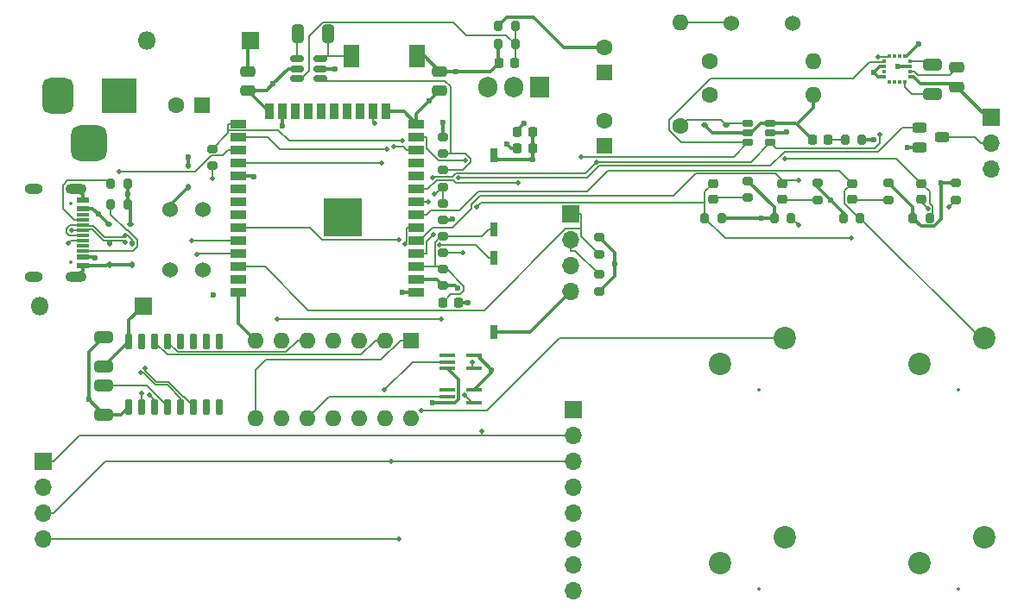
<source format=gtl>
%TF.GenerationSoftware,KiCad,Pcbnew,8.0.8*%
%TF.CreationDate,2025-02-13T18:12:53+13:00*%
%TF.ProjectId,Intelliwatch-Mk-II,496e7465-6c6c-4697-9761-7463682d4d6b,1.?*%
%TF.SameCoordinates,Original*%
%TF.FileFunction,Copper,L1,Top*%
%TF.FilePolarity,Positive*%
%FSLAX46Y46*%
G04 Gerber Fmt 4.6, Leading zero omitted, Abs format (unit mm)*
G04 Created by KiCad (PCBNEW 8.0.8) date 2025-02-13 18:12:53*
%MOMM*%
%LPD*%
G01*
G04 APERTURE LIST*
G04 Aperture macros list*
%AMRoundRect*
0 Rectangle with rounded corners*
0 $1 Rounding radius*
0 $2 $3 $4 $5 $6 $7 $8 $9 X,Y pos of 4 corners*
0 Add a 4 corners polygon primitive as box body*
4,1,4,$2,$3,$4,$5,$6,$7,$8,$9,$2,$3,0*
0 Add four circle primitives for the rounded corners*
1,1,$1+$1,$2,$3*
1,1,$1+$1,$4,$5*
1,1,$1+$1,$6,$7*
1,1,$1+$1,$8,$9*
0 Add four rect primitives between the rounded corners*
20,1,$1+$1,$2,$3,$4,$5,0*
20,1,$1+$1,$4,$5,$6,$7,0*
20,1,$1+$1,$6,$7,$8,$9,0*
20,1,$1+$1,$8,$9,$2,$3,0*%
G04 Aperture macros list end*
%TA.AperFunction,ComponentPad*%
%ADD10R,1.700000X1.700000*%
%TD*%
%TA.AperFunction,ComponentPad*%
%ADD11O,1.700000X1.700000*%
%TD*%
%TA.AperFunction,SMDPad,CuDef*%
%ADD12RoundRect,0.200000X-0.200000X-0.275000X0.200000X-0.275000X0.200000X0.275000X-0.200000X0.275000X0*%
%TD*%
%TA.AperFunction,ComponentPad*%
%ADD13C,2.200000*%
%TD*%
%TA.AperFunction,SMDPad,CuDef*%
%ADD14R,0.660400X1.422400*%
%TD*%
%TA.AperFunction,SMDPad,CuDef*%
%ADD15RoundRect,0.250000X-0.475000X0.250000X-0.475000X-0.250000X0.475000X-0.250000X0.475000X0.250000X0*%
%TD*%
%TA.AperFunction,ComponentPad*%
%ADD16R,1.600000X1.600000*%
%TD*%
%TA.AperFunction,ComponentPad*%
%ADD17C,1.600000*%
%TD*%
%TA.AperFunction,SMDPad,CuDef*%
%ADD18RoundRect,0.200000X0.200000X0.275000X-0.200000X0.275000X-0.200000X-0.275000X0.200000X-0.275000X0*%
%TD*%
%TA.AperFunction,SMDPad,CuDef*%
%ADD19RoundRect,0.218750X-0.256250X0.218750X-0.256250X-0.218750X0.256250X-0.218750X0.256250X0.218750X0*%
%TD*%
%TA.AperFunction,SMDPad,CuDef*%
%ADD20RoundRect,0.225000X-0.225000X-0.250000X0.225000X-0.250000X0.225000X0.250000X-0.225000X0.250000X0*%
%TD*%
%TA.AperFunction,SMDPad,CuDef*%
%ADD21RoundRect,0.112500X0.112500X-0.187500X0.112500X0.187500X-0.112500X0.187500X-0.112500X-0.187500X0*%
%TD*%
%TA.AperFunction,SMDPad,CuDef*%
%ADD22RoundRect,0.200000X0.275000X-0.200000X0.275000X0.200000X-0.275000X0.200000X-0.275000X-0.200000X0*%
%TD*%
%TA.AperFunction,SMDPad,CuDef*%
%ADD23RoundRect,0.200000X-0.275000X0.200000X-0.275000X-0.200000X0.275000X-0.200000X0.275000X0.200000X0*%
%TD*%
%TA.AperFunction,SMDPad,CuDef*%
%ADD24RoundRect,0.250000X-0.325000X-0.650000X0.325000X-0.650000X0.325000X0.650000X-0.325000X0.650000X0*%
%TD*%
%TA.AperFunction,ComponentPad*%
%ADD25R,1.905000X2.000000*%
%TD*%
%TA.AperFunction,ComponentPad*%
%ADD26O,1.905000X2.000000*%
%TD*%
%TA.AperFunction,SMDPad,CuDef*%
%ADD27RoundRect,0.150000X-0.512500X-0.150000X0.512500X-0.150000X0.512500X0.150000X-0.512500X0.150000X0*%
%TD*%
%TA.AperFunction,ComponentPad*%
%ADD28R,1.800000X1.800000*%
%TD*%
%TA.AperFunction,ComponentPad*%
%ADD29O,1.800000X1.800000*%
%TD*%
%TA.AperFunction,SMDPad,CuDef*%
%ADD30RoundRect,0.112500X0.187500X0.112500X-0.187500X0.112500X-0.187500X-0.112500X0.187500X-0.112500X0*%
%TD*%
%TA.AperFunction,SMDPad,CuDef*%
%ADD31RoundRect,0.112500X-0.187500X-0.112500X0.187500X-0.112500X0.187500X0.112500X-0.187500X0.112500X0*%
%TD*%
%TA.AperFunction,SMDPad,CuDef*%
%ADD32RoundRect,0.162500X-0.367500X-0.162500X0.367500X-0.162500X0.367500X0.162500X-0.367500X0.162500X0*%
%TD*%
%TA.AperFunction,ComponentPad*%
%ADD33O,1.600000X1.600000*%
%TD*%
%TA.AperFunction,SMDPad,CuDef*%
%ADD34R,1.500000X2.200000*%
%TD*%
%TA.AperFunction,SMDPad,CuDef*%
%ADD35RoundRect,0.100000X-0.650000X-0.100000X0.650000X-0.100000X0.650000X0.100000X-0.650000X0.100000X0*%
%TD*%
%TA.AperFunction,SMDPad,CuDef*%
%ADD36RoundRect,0.112500X-0.112500X0.187500X-0.112500X-0.187500X0.112500X-0.187500X0.112500X0.187500X0*%
%TD*%
%TA.AperFunction,ComponentPad*%
%ADD37C,1.524000*%
%TD*%
%TA.AperFunction,SMDPad,CuDef*%
%ADD38RoundRect,0.250000X-0.450000X-0.250000X0.450000X-0.250000X0.450000X0.250000X-0.450000X0.250000X0*%
%TD*%
%TA.AperFunction,SMDPad,CuDef*%
%ADD39R,1.240000X0.600000*%
%TD*%
%TA.AperFunction,SMDPad,CuDef*%
%ADD40R,1.240000X0.300000*%
%TD*%
%TA.AperFunction,HeatsinkPad*%
%ADD41O,2.100000X1.000000*%
%TD*%
%TA.AperFunction,HeatsinkPad*%
%ADD42O,1.800000X1.000000*%
%TD*%
%TA.AperFunction,SMDPad,CuDef*%
%ADD43RoundRect,0.250000X0.650000X-0.325000X0.650000X0.325000X-0.650000X0.325000X-0.650000X-0.325000X0*%
%TD*%
%TA.AperFunction,SMDPad,CuDef*%
%ADD44RoundRect,0.218750X-0.218750X-0.256250X0.218750X-0.256250X0.218750X0.256250X-0.218750X0.256250X0*%
%TD*%
%TA.AperFunction,ComponentPad*%
%ADD45R,3.500000X3.500000*%
%TD*%
%TA.AperFunction,ComponentPad*%
%ADD46RoundRect,0.750000X-0.750000X-1.000000X0.750000X-1.000000X0.750000X1.000000X-0.750000X1.000000X0*%
%TD*%
%TA.AperFunction,ComponentPad*%
%ADD47RoundRect,0.875000X-0.875000X-0.875000X0.875000X-0.875000X0.875000X0.875000X-0.875000X0.875000X0*%
%TD*%
%TA.AperFunction,SMDPad,CuDef*%
%ADD48R,0.450000X0.300000*%
%TD*%
%TA.AperFunction,SMDPad,CuDef*%
%ADD49R,0.300000X0.450000*%
%TD*%
%TA.AperFunction,SMDPad,CuDef*%
%ADD50RoundRect,0.150000X0.150000X-0.650000X0.150000X0.650000X-0.150000X0.650000X-0.150000X-0.650000X0*%
%TD*%
%TA.AperFunction,SMDPad,CuDef*%
%ADD51R,1.500000X0.900000*%
%TD*%
%TA.AperFunction,SMDPad,CuDef*%
%ADD52R,0.900000X1.500000*%
%TD*%
%TA.AperFunction,SMDPad,CuDef*%
%ADD53R,0.900000X0.900000*%
%TD*%
%TA.AperFunction,ComponentPad*%
%ADD54C,0.800000*%
%TD*%
%TA.AperFunction,HeatsinkPad*%
%ADD55R,3.800000X3.800000*%
%TD*%
%TA.AperFunction,SMDPad,CuDef*%
%ADD56RoundRect,0.250000X-0.650000X0.325000X-0.650000X-0.325000X0.650000X-0.325000X0.650000X0.325000X0*%
%TD*%
%TA.AperFunction,ViaPad*%
%ADD57C,0.600000*%
%TD*%
%TA.AperFunction,ViaPad*%
%ADD58C,0.500000*%
%TD*%
%TA.AperFunction,Conductor*%
%ADD59C,0.300000*%
%TD*%
%TA.AperFunction,Conductor*%
%ADD60C,0.150000*%
%TD*%
%TA.AperFunction,Conductor*%
%ADD61C,0.137100*%
%TD*%
%ADD62C,0.300000*%
%ADD63C,0.350000*%
%ADD64O,1.700000X0.600000*%
%ADD65O,1.400000X0.600000*%
%ADD66O,1.000000X3.000000*%
%ADD67O,3.000000X1.000000*%
G04 APERTURE END LIST*
D10*
%TO.P,J6,1,SCL*%
%TO.N,I2C_SCL*%
X125250000Y-63550000D03*
D11*
%TO.P,J6,2,SDA*%
%TO.N,I2C_SDA*%
X125250000Y-66090000D03*
%TO.P,J6,3,VCC*%
%TO.N,+5V*%
X125250000Y-68630000D03*
%TO.P,J6,4,GND*%
%TO.N,GND*%
X125250000Y-71170000D03*
%TD*%
D12*
%TO.P,R4,1*%
%TO.N,Net-(J3-CC1)*%
X80175000Y-60600000D03*
%TO.P,R4,2*%
%TO.N,GND*%
X81825000Y-60600000D03*
%TD*%
D13*
%TO.P,SW6,1,A*%
%TO.N,KEYSW_3*%
X146290000Y-95270000D03*
%TO.P,SW6,2,B*%
%TO.N,GND*%
X139940000Y-97810000D03*
%TD*%
D14*
%TO.P,SW8,1,1*%
%TO.N,IO0*%
X117750000Y-67850000D03*
%TO.P,SW8,2,2*%
%TO.N,GND*%
X117750000Y-75139800D03*
%TD*%
D15*
%TO.P,C3,1*%
%TO.N,+BATT*%
X93600000Y-49550000D03*
%TO.P,C3,2*%
%TO.N,GND*%
X93600000Y-51450000D03*
%TD*%
%TO.P,C9,1*%
%TO.N,Net-(U8-C1)*%
X163150000Y-49200000D03*
%TO.P,C9,2*%
%TO.N,GND*%
X163150000Y-51100000D03*
%TD*%
D16*
%TO.P,C11,1*%
%TO.N,+3V3*%
X128600000Y-49700000D03*
D17*
%TO.P,C11,2*%
%TO.N,GND*%
X128600000Y-47200000D03*
%TD*%
D12*
%TO.P,R5,1*%
%TO.N,Net-(J3-CC2)*%
X80175000Y-62600000D03*
%TO.P,R5,2*%
%TO.N,GND*%
X81825000Y-62600000D03*
%TD*%
D18*
%TO.P,R9,1*%
%TO.N,Net-(U7-FB)*%
X119825000Y-45100000D03*
%TO.P,R9,2*%
%TO.N,GND*%
X118175000Y-45100000D03*
%TD*%
D19*
%TO.P,D11,1,K*%
%TO.N,KEYSW_4*%
X139250000Y-60562500D03*
%TO.P,D11,2,A*%
%TO.N,Net-(D11-A)*%
X139250000Y-62137500D03*
%TD*%
D20*
%TO.P,C7,1*%
%TO.N,+5V*%
X120025000Y-57100000D03*
%TO.P,C7,2*%
%TO.N,GND*%
X121575000Y-57100000D03*
%TD*%
D21*
%TO.P,D1,1,K*%
%TO.N,Net-(D1-K)*%
X87800000Y-60900000D03*
%TO.P,D1,2,A*%
%TO.N,GND*%
X87800000Y-58800000D03*
%TD*%
D22*
%TO.P,R13,1*%
%TO.N,Net-(D8-A)*%
X163050000Y-62175000D03*
%TO.P,R13,2*%
%TO.N,+3V3*%
X163050000Y-60525000D03*
%TD*%
D23*
%TO.P,R12,1*%
%TO.N,1{slash}3 BATT_VREF*%
X112750000Y-62500000D03*
%TO.P,R12,2*%
%TO.N,GND*%
X112750000Y-64150000D03*
%TD*%
D24*
%TO.P,C8,1*%
%TO.N,Net-(U7-BS)*%
X98525000Y-45900000D03*
%TO.P,C8,2*%
%TO.N,Net-(U7-LX)*%
X101475000Y-45900000D03*
%TD*%
D23*
%TO.P,R23,1*%
%TO.N,+3V3*%
X128050000Y-65850000D03*
%TO.P,R23,2*%
%TO.N,I2C_SCL*%
X128050000Y-67500000D03*
%TD*%
D25*
%TO.P,U3,1,IN*%
%TO.N,+BATT*%
X122200000Y-51100000D03*
D26*
%TO.P,U3,2*%
%TO.N,GND*%
X119660000Y-51100000D03*
%TO.P,U3,3,OUT*%
%TO.N,+5V*%
X117120000Y-51100000D03*
%TD*%
D27*
%TO.P,U7,1,BS*%
%TO.N,Net-(U7-BS)*%
X98462500Y-48350000D03*
%TO.P,U7,2,GND*%
%TO.N,GND*%
X98462500Y-49300000D03*
%TO.P,U7,3,FB*%
%TO.N,Net-(U7-FB)*%
X98462500Y-50250000D03*
%TO.P,U7,4,EN*%
%TO.N,2{slash}3 BATT_VREF*%
X100737500Y-50250000D03*
%TO.P,U7,5,IN*%
%TO.N,+BATT*%
X100737500Y-49300000D03*
%TO.P,U7,6,LX*%
%TO.N,Net-(U7-LX)*%
X100737500Y-48350000D03*
%TD*%
D13*
%TO.P,SW5,1,A*%
%TO.N,KEYSW_2*%
X165830000Y-75770000D03*
%TO.P,SW5,2,B*%
%TO.N,GND*%
X159480000Y-78310000D03*
%TD*%
D28*
%TO.P,D4,1,K*%
%TO.N,+BATT*%
X93880000Y-46500000D03*
D29*
%TO.P,D4,2,A*%
%TO.N,Net-(D4-A)*%
X83720000Y-46500000D03*
%TD*%
D19*
%TO.P,D8,1,K*%
%TO.N,KEYSW_1*%
X159650000Y-60562500D03*
%TO.P,D8,2,A*%
%TO.N,Net-(D8-A)*%
X159650000Y-62137500D03*
%TD*%
D10*
%TO.P,J4,1,GND*%
%TO.N,GND*%
X166525000Y-54100000D03*
D11*
%TO.P,J4,2,MODE*%
%TO.N,Net-(J4-MODE)*%
X166525000Y-56640000D03*
%TO.P,J4,3,VCC*%
%TO.N,+5V*%
X166525000Y-59180000D03*
%TD*%
D22*
%TO.P,R16,1*%
%TO.N,Net-(D11-A)*%
X142650000Y-61975000D03*
%TO.P,R16,2*%
%TO.N,+3V3*%
X142650000Y-60325000D03*
%TD*%
%TO.P,R22,1*%
%TO.N,+3V3*%
X128050000Y-71175000D03*
%TO.P,R22,2*%
%TO.N,I2C_SDA*%
X128050000Y-69525000D03*
%TD*%
D13*
%TO.P,SW7,1,A*%
%TO.N,KEYSW_4*%
X165830000Y-95270000D03*
%TO.P,SW7,2,B*%
%TO.N,GND*%
X159480000Y-97810000D03*
%TD*%
D16*
%TO.P,C6,1*%
%TO.N,+5V*%
X128600000Y-56882400D03*
D17*
%TO.P,C6,2*%
%TO.N,GND*%
X128600000Y-54382400D03*
%TD*%
D30*
%TO.P,D3,1,K*%
%TO.N,Net-(D3-K)*%
X140500000Y-54850000D03*
%TO.P,D3,2,A*%
%TO.N,GND*%
X138400000Y-54850000D03*
%TD*%
D28*
%TO.P,D7,1,K*%
%TO.N,+5V*%
X83330000Y-72600000D03*
D29*
%TO.P,D7,2,A*%
%TO.N,Net-(D5-K)*%
X73170000Y-72600000D03*
%TD*%
D22*
%TO.P,R15,1*%
%TO.N,Net-(D10-A)*%
X149450000Y-62175000D03*
%TO.P,R15,2*%
%TO.N,+3V3*%
X149450000Y-60525000D03*
%TD*%
D31*
%TO.P,D5,1,K*%
%TO.N,Net-(D5-K)*%
X79974900Y-64600000D03*
%TO.P,D5,2,A*%
%TO.N,GND*%
X82074900Y-64600000D03*
%TD*%
D32*
%TO.P,U2,1,Vin+*%
%TO.N,Net-(D3-K)*%
X142650000Y-54650000D03*
%TO.P,U2,2,V_{SS}*%
%TO.N,GND*%
X142650000Y-55600000D03*
%TO.P,U2,3,SCL*%
%TO.N,I2C_SCL*%
X142650000Y-56550000D03*
%TO.P,U2,4,SDA*%
%TO.N,I2C_SDA*%
X144850000Y-56550000D03*
%TO.P,U2,5,V_{DD}*%
%TO.N,+3V3*%
X144850000Y-55600000D03*
%TO.P,U2,6,Vin-*%
%TO.N,GND*%
X144850000Y-54650000D03*
%TD*%
D14*
%TO.P,SW2,1,1*%
%TO.N,GND*%
X117750000Y-57810200D03*
%TO.P,SW2,2,2*%
%TO.N,EN*%
X117750000Y-65100000D03*
%TD*%
D16*
%TO.P,U1,1*%
%TO.N,Net-(U1-Pad1)*%
X109580000Y-75980000D03*
D33*
%TO.P,U1,2*%
%TO.N,RTS*%
X107040000Y-75980000D03*
%TO.P,U1,3*%
%TO.N,GND*%
X104500000Y-75980000D03*
%TO.P,U1,4*%
%TO.N,Net-(U1-Pad12)*%
X101960000Y-75980000D03*
%TO.P,U1,5*%
%TO.N,DTR*%
X99420000Y-75980000D03*
%TO.P,U1,6*%
%TO.N,GND*%
X96880000Y-75980000D03*
%TO.P,U1,7,GND*%
X94340000Y-75980000D03*
%TO.P,U1,8*%
%TO.N,Net-(U1-Pad1)*%
X94340000Y-83600000D03*
%TO.P,U1,9*%
%TO.N,DTR*%
X96880000Y-83600000D03*
%TO.P,U1,10*%
%TO.N,Net-(U1-Pad10)*%
X99420000Y-83600000D03*
%TO.P,U1,11*%
%TO.N,RTS*%
X101960000Y-83600000D03*
%TO.P,U1,12*%
%TO.N,Net-(U1-Pad12)*%
X104500000Y-83600000D03*
%TO.P,U1,13*%
%TO.N,Net-(U1-Pad13)*%
X107040000Y-83600000D03*
%TO.P,U1,14,VCC*%
%TO.N,+3V3*%
X109580000Y-83600000D03*
%TD*%
D34*
%TO.P,L1,1,1*%
%TO.N,Net-(U7-LX)*%
X103800000Y-48100000D03*
%TO.P,L1,2,2*%
%TO.N,+3V3*%
X110200000Y-48100000D03*
%TD*%
D23*
%TO.P,R11,1*%
%TO.N,2{slash}3 BATT_VREF*%
X112750000Y-59250000D03*
%TO.P,R11,2*%
%TO.N,1{slash}3 BATT_VREF*%
X112750000Y-60900000D03*
%TD*%
D12*
%TO.P,R8,1*%
%TO.N,+3V3*%
X118175000Y-46900000D03*
%TO.P,R8,2*%
%TO.N,Net-(U7-FB)*%
X119825000Y-46900000D03*
%TD*%
D35*
%TO.P,U4,1,NC*%
%TO.N,unconnected-(U4-NC-Pad1)*%
X113170000Y-77450000D03*
%TO.P,U4,2*%
%TO.N,Net-(U1-Pad13)*%
X113170000Y-78100000D03*
%TO.P,U4,3,GND*%
%TO.N,GND*%
X113170000Y-78750000D03*
%TO.P,U4,4*%
%TO.N,Net-(R6-Pad2)*%
X115830000Y-78750000D03*
%TO.P,U4,5,VCC*%
%TO.N,+3V3*%
X115830000Y-77450000D03*
%TD*%
D36*
%TO.P,D6,1,K*%
%TO.N,/D-*%
X82274900Y-66430000D03*
%TO.P,D6,2,A*%
%TO.N,GND*%
X82274900Y-68530000D03*
%TD*%
D37*
%TO.P,SW3,1,A*%
%TO.N,+3V3*%
X89200000Y-63100000D03*
%TO.P,SW3,2,B*%
%TO.N,Net-(J5-LED)*%
X89200000Y-69100000D03*
%TD*%
D38*
%TO.P,Q1,1,G*%
%TO.N,FL_MODE*%
X159500000Y-55100000D03*
%TO.P,Q1,2,S*%
%TO.N,GND*%
X159500000Y-57000000D03*
%TO.P,Q1,3,D*%
%TO.N,Net-(J4-MODE)*%
X161700000Y-56050000D03*
%TD*%
D20*
%TO.P,C10,1*%
%TO.N,+3V3*%
X118225000Y-48700000D03*
%TO.P,C10,2*%
%TO.N,Net-(U7-FB)*%
X119775000Y-48700000D03*
%TD*%
D39*
%TO.P,J3,A1,GND*%
%TO.N,GND*%
X77400000Y-62220000D03*
%TO.P,J3,A4,VBUS*%
%TO.N,Net-(D5-K)*%
X77400000Y-63020000D03*
D40*
%TO.P,J3,A5,CC1*%
%TO.N,Net-(J3-CC1)*%
X77400000Y-64170000D03*
%TO.P,J3,A6,D+*%
%TO.N,/D+*%
X77400000Y-65170000D03*
%TO.P,J3,A7,D-*%
%TO.N,/D-*%
X77400000Y-65670000D03*
%TO.P,J3,A8,SBU1*%
%TO.N,unconnected-(J3-SBU1-PadA8)*%
X77400000Y-66670000D03*
D39*
%TO.P,J3,A9,VBUS*%
%TO.N,Net-(D5-K)*%
X77400000Y-67820000D03*
%TO.P,J3,A12,GND*%
%TO.N,GND*%
X77400000Y-68620000D03*
%TO.P,J3,B1,GND*%
X77400000Y-68620000D03*
%TO.P,J3,B4,VBUS*%
%TO.N,Net-(D5-K)*%
X77400000Y-67820000D03*
D40*
%TO.P,J3,B5,CC2*%
%TO.N,Net-(J3-CC2)*%
X77400000Y-67170000D03*
%TO.P,J3,B6,D+*%
%TO.N,/D+*%
X77400000Y-66170000D03*
%TO.P,J3,B7,D-*%
%TO.N,/D-*%
X77400000Y-64670000D03*
%TO.P,J3,B8,SBU2*%
%TO.N,unconnected-(J3-SBU2-PadB8)*%
X77400000Y-63670000D03*
D39*
%TO.P,J3,B9,VBUS*%
%TO.N,Net-(D5-K)*%
X77400000Y-63020000D03*
%TO.P,J3,B12,GND*%
%TO.N,GND*%
X77400000Y-62220000D03*
D41*
%TO.P,J3,S1,SHIELD*%
X76800000Y-61100000D03*
D42*
X72600000Y-61100000D03*
D41*
X76800000Y-69740000D03*
D42*
X72600000Y-69740000D03*
%TD*%
D19*
%TO.P,D10,1,K*%
%TO.N,KEYSW_3*%
X146050000Y-60562500D03*
%TO.P,D10,2,A*%
%TO.N,Net-(D10-A)*%
X146050000Y-62137500D03*
%TD*%
D10*
%TO.P,J5,1,LED*%
%TO.N,Net-(J5-LED)*%
X125550000Y-82775000D03*
D11*
%TO.P,J5,2,SCK*%
%TO.N,VSPI_SCL*%
X125550000Y-85315000D03*
%TO.P,J5,3,SDA*%
%TO.N,VSPI_MOSI*%
X125550000Y-87855000D03*
%TO.P,J5,4,A0*%
%TO.N,TFT_A0_DC*%
X125550000Y-90395000D03*
%TO.P,J5,5,RESET*%
%TO.N,+3V3*%
X125550000Y-92935000D03*
%TO.P,J5,6,CS*%
%TO.N,CS_LCD*%
X125550000Y-95475000D03*
%TO.P,J5,7,GND*%
%TO.N,GND*%
X125550000Y-98015000D03*
%TO.P,J5,8,VCC*%
%TO.N,+3V3*%
X125550000Y-100555000D03*
D10*
%TO.P,J5,9,SD_SCK*%
%TO.N,VSPI_SCL*%
X73500000Y-87850000D03*
D11*
%TO.P,J5,10,SD_MISO*%
%TO.N,VSPI_MISO*%
X73500000Y-90390000D03*
%TO.P,J5,11,SD_MOSI*%
%TO.N,VSPI_MOSI*%
X73500000Y-92930000D03*
%TO.P,J5,12,SD_CS*%
%TO.N,CS_SD*%
X73500000Y-95470000D03*
%TD*%
D23*
%TO.P,R10,1*%
%TO.N,+BATT*%
X112750000Y-56000000D03*
%TO.P,R10,2*%
%TO.N,2{slash}3 BATT_VREF*%
X112750000Y-57650000D03*
%TD*%
D12*
%TO.P,R20,1*%
%TO.N,KEYSW_4*%
X138425000Y-63950000D03*
%TO.P,R20,2*%
%TO.N,+3V3*%
X140075000Y-63950000D03*
%TD*%
D18*
%TO.P,R17,1*%
%TO.N,KEYSW_1*%
X160475000Y-63950000D03*
%TO.P,R17,2*%
%TO.N,+3V3*%
X158825000Y-63950000D03*
%TD*%
D15*
%TO.P,C12,1*%
%TO.N,+3V3*%
X112400000Y-49550000D03*
%TO.P,C12,2*%
%TO.N,GND*%
X112400000Y-51450000D03*
%TD*%
D43*
%TO.P,C4,1*%
%TO.N,+5V*%
X79500000Y-78575000D03*
%TO.P,C4,2*%
%TO.N,GND*%
X79500000Y-75625000D03*
%TD*%
D20*
%TO.P,C2,1*%
%TO.N,+BATT*%
X120025000Y-55500000D03*
%TO.P,C2,2*%
%TO.N,GND*%
X121575000Y-55500000D03*
%TD*%
D17*
%TO.P,R1,1*%
%TO.N,Net-(D3-K)*%
X136000000Y-54930000D03*
D33*
%TO.P,R1,2*%
%TO.N,Net-(J1-Pin_1)*%
X136000000Y-44770000D03*
%TD*%
D18*
%TO.P,R24,1*%
%TO.N,+3V3*%
X153825000Y-56312500D03*
%TO.P,R24,2*%
%TO.N,Net-(D12-A)*%
X152175000Y-56312500D03*
%TD*%
D35*
%TO.P,U5,1,NC*%
%TO.N,unconnected-(U5-NC-Pad1)*%
X113170000Y-80820000D03*
%TO.P,U5,2*%
%TO.N,Net-(U1-Pad10)*%
X113170000Y-81470000D03*
%TO.P,U5,3,GND*%
%TO.N,GND*%
X113170000Y-82120000D03*
%TO.P,U5,4*%
%TO.N,Net-(R7-Pad1)*%
X115830000Y-82120000D03*
%TO.P,U5,5,VCC*%
%TO.N,+3V3*%
X115830000Y-80820000D03*
%TD*%
D18*
%TO.P,R19,1*%
%TO.N,KEYSW_3*%
X146875000Y-63950000D03*
%TO.P,R19,2*%
%TO.N,+3V3*%
X145225000Y-63950000D03*
%TD*%
D44*
%TO.P,D12,1,K*%
%TO.N,GND*%
X148962500Y-56312500D03*
%TO.P,D12,2,A*%
%TO.N,Net-(D12-A)*%
X150537500Y-56312500D03*
%TD*%
D45*
%TO.P,J2,1*%
%TO.N,Net-(D1-K)*%
X81000000Y-51942500D03*
D46*
%TO.P,J2,2*%
%TO.N,GND*%
X75000000Y-51942500D03*
D47*
%TO.P,J2,3,MountPin*%
X78000000Y-56642500D03*
%TD*%
D43*
%TO.P,C13,1*%
%TO.N,Net-(U8-SETP)*%
X160750000Y-51825000D03*
%TO.P,C13,2*%
%TO.N,Net-(U8-SETC)*%
X160750000Y-48875000D03*
%TD*%
D20*
%TO.P,C14,1*%
%TO.N,EN*%
X112725000Y-72250000D03*
%TO.P,C14,2*%
%TO.N,GND*%
X114275000Y-72250000D03*
%TD*%
D37*
%TO.P,J1,1,Pin_1*%
%TO.N,Net-(J1-Pin_1)*%
X141000000Y-44850000D03*
%TO.P,J1,2,Pin_2*%
%TO.N,GND*%
X147000000Y-44850000D03*
%TD*%
D16*
%TO.P,C1,1*%
%TO.N,+BATT*%
X89082400Y-52900000D03*
D17*
%TO.P,C1,2*%
%TO.N,GND*%
X86582400Y-52900000D03*
%TD*%
D48*
%TO.P,U8,1,SCL*%
%TO.N,I2C_SCL*%
X155975000Y-48600000D03*
%TO.P,U8,2,VDD*%
%TO.N,+3V3*%
X155975000Y-49100000D03*
%TO.P,U8,3,NC*%
%TO.N,unconnected-(U8-NC-Pad3)*%
X155975000Y-49600000D03*
%TO.P,U8,4,S1*%
%TO.N,+3V3*%
X155975000Y-50100000D03*
D49*
%TO.P,U8,5,NC*%
%TO.N,unconnected-(U8-NC-Pad5)*%
X156500000Y-50625000D03*
%TO.P,U8,6,NC*%
%TO.N,unconnected-(U8-NC-Pad6)*%
X157000000Y-50625000D03*
%TO.P,U8,7,NC*%
%TO.N,unconnected-(U8-NC-Pad7)*%
X157500000Y-50625000D03*
%TO.P,U8,8,SETP*%
%TO.N,Net-(U8-SETP)*%
X158000000Y-50625000D03*
D48*
%TO.P,U8,9,GND*%
%TO.N,GND*%
X158525000Y-50100000D03*
%TO.P,U8,10,C1*%
%TO.N,Net-(U8-C1)*%
X158525000Y-49600000D03*
%TO.P,U8,11,GND*%
%TO.N,GND*%
X158525000Y-49100000D03*
%TO.P,U8,12,SETC*%
%TO.N,Net-(U8-SETC)*%
X158525000Y-48600000D03*
D49*
%TO.P,U8,13,VDDIO*%
%TO.N,+3V3*%
X158000000Y-48075000D03*
%TO.P,U8,14,NC*%
%TO.N,unconnected-(U8-NC-Pad14)*%
X157500000Y-48075000D03*
%TO.P,U8,15,DRDY*%
%TO.N,unconnected-(U8-DRDY-Pad15)*%
X157000000Y-48075000D03*
%TO.P,U8,16,SDA*%
%TO.N,I2C_SDA*%
X156500000Y-48075000D03*
%TD*%
D13*
%TO.P,SW4,1,A*%
%TO.N,KEYSW_1*%
X146290000Y-75770000D03*
%TO.P,SW4,2,B*%
%TO.N,GND*%
X139940000Y-78310000D03*
%TD*%
D50*
%TO.P,U6,1,GND*%
%TO.N,GND*%
X81955000Y-82550000D03*
%TO.P,U6,2,TXD*%
%TO.N,RX_USB*%
X83225000Y-82550000D03*
%TO.P,U6,3,RXD*%
%TO.N,TX_USB*%
X84495000Y-82550000D03*
%TO.P,U6,4,V3*%
%TO.N,Net-(U6-V3)*%
X85765000Y-82550000D03*
%TO.P,U6,5,UD+*%
%TO.N,/D+*%
X87035000Y-82550000D03*
%TO.P,U6,6,UD-*%
%TO.N,/D-*%
X88305000Y-82550000D03*
%TO.P,U6,7,NC*%
%TO.N,unconnected-(U6-NC-Pad7)*%
X89575000Y-82550000D03*
%TO.P,U6,8,NC*%
%TO.N,unconnected-(U6-NC-Pad8)*%
X90845000Y-82550000D03*
%TO.P,U6,9,~{CTS}*%
%TO.N,unconnected-(U6-~{CTS}-Pad9)*%
X90845000Y-76050000D03*
%TO.P,U6,10,~{DSR}*%
%TO.N,unconnected-(U6-~{DSR}-Pad10)*%
X89575000Y-76050000D03*
%TO.P,U6,11,~{RI}*%
%TO.N,unconnected-(U6-~{RI}-Pad11)*%
X88305000Y-76050000D03*
%TO.P,U6,12,~{DCD}*%
%TO.N,unconnected-(U6-~{DCD}-Pad12)*%
X87035000Y-76050000D03*
%TO.P,U6,13,~{DTR}*%
%TO.N,DTR*%
X85765000Y-76050000D03*
%TO.P,U6,14,~{RTS}*%
%TO.N,RTS*%
X84495000Y-76050000D03*
%TO.P,U6,15,R232*%
%TO.N,unconnected-(U6-R232-Pad15)*%
X83225000Y-76050000D03*
%TO.P,U6,16,VCC*%
%TO.N,+5V*%
X81955000Y-76050000D03*
%TD*%
D19*
%TO.P,D9,1,K*%
%TO.N,KEYSW_2*%
X152850000Y-60562500D03*
%TO.P,D9,2,A*%
%TO.N,Net-(D9-A)*%
X152850000Y-62137500D03*
%TD*%
D36*
%TO.P,D2,1,K*%
%TO.N,/D+*%
X80024900Y-66430000D03*
%TO.P,D2,2,A*%
%TO.N,GND*%
X80024900Y-68530000D03*
%TD*%
D22*
%TO.P,R21,1*%
%TO.N,+3V3*%
X112750000Y-70625000D03*
%TO.P,R21,2*%
%TO.N,EN*%
X112750000Y-68975000D03*
%TD*%
D51*
%TO.P,U9,1,GND*%
%TO.N,GND*%
X110150000Y-71260000D03*
%TO.P,U9,2,VIN*%
%TO.N,+3V3*%
X110150000Y-69990000D03*
%TO.P,U9,3,EN*%
%TO.N,EN*%
X110150000Y-68720000D03*
%TO.P,U9,4,SENSOR_VP*%
%TO.N,1{slash}3 BATT_VREF*%
X110150000Y-67450000D03*
%TO.P,U9,5,SENSOR_VN*%
%TO.N,KEYSW_3*%
X110150000Y-66180000D03*
%TO.P,U9,6,IO34*%
%TO.N,KEYSW_1*%
X110150000Y-64910000D03*
%TO.P,U9,7,IO35*%
%TO.N,KEYSW_2*%
X110150000Y-63640000D03*
%TO.P,U9,8,IO32*%
%TO.N,CS_LCD*%
X110150000Y-62370000D03*
%TO.P,U9,9,IO33*%
%TO.N,TFT_A0_DC*%
X110150000Y-61100000D03*
%TO.P,U9,10,IO25*%
%TO.N,unconnected-(U9-IO25-Pad10)*%
X110150000Y-59830000D03*
%TO.P,U9,11,IO26*%
%TO.N,unconnected-(U9-IO26-Pad11)*%
X110150000Y-58560000D03*
%TO.P,U9,12,IO27*%
%TO.N,CS_SD*%
X110150000Y-57290000D03*
%TO.P,U9,13,IO14*%
%TO.N,VSPI_SCL*%
X110150000Y-56020000D03*
%TO.P,U9,14,IO12*%
%TO.N,GND*%
X110150000Y-54750000D03*
D52*
%TO.P,U9,15,GND*%
X107115000Y-53500000D03*
%TO.P,U9,16,IO13*%
%TO.N,VSPI_MOSI*%
X105845000Y-53500000D03*
%TO.P,U9,17,NC*%
%TO.N,unconnected-(U9-NC-Pad17)*%
X104575000Y-53500000D03*
%TO.P,U9,18,NC*%
%TO.N,unconnected-(U9-NC-Pad18)*%
X103305000Y-53500000D03*
%TO.P,U9,19,NC*%
%TO.N,unconnected-(U9-NC-Pad19)*%
X102035000Y-53500000D03*
%TO.P,U9,20,NC*%
%TO.N,unconnected-(U9-NC-Pad20)*%
X100765000Y-53500000D03*
%TO.P,U9,21,NC*%
%TO.N,unconnected-(U9-NC-Pad21)*%
X99495000Y-53500000D03*
%TO.P,U9,22,NC*%
%TO.N,unconnected-(U9-NC-Pad22)*%
X98225000Y-53500000D03*
%TO.P,U9,23,IO15*%
%TO.N,+3V3*%
X96955000Y-53500000D03*
%TO.P,U9,24,IO2*%
%TO.N,GND*%
X95685000Y-53500000D03*
D51*
%TO.P,U9,25,IO0*%
%TO.N,IO0*%
X92650000Y-54750000D03*
%TO.P,U9,26,IO4*%
%TO.N,KEYSW_4*%
X92650000Y-56020000D03*
%TO.P,U9,27,IO16*%
%TO.N,VSPI_MISO*%
X92650000Y-57290000D03*
%TO.P,U9,28,IO17*%
%TO.N,FL_MODE*%
X92650000Y-58560000D03*
%TO.P,U9,29,IO5*%
%TO.N,+3V3*%
X92650000Y-59830000D03*
%TO.P,U9,30,IO18*%
%TO.N,unconnected-(U9-IO18-Pad30)*%
X92650000Y-61100000D03*
%TO.P,U9,31,IO19*%
%TO.N,unconnected-(U9-IO19-Pad31)*%
X92650000Y-62370000D03*
%TO.P,U9,32,NC*%
%TO.N,unconnected-(U9-NC-Pad32)*%
X92650000Y-63640000D03*
%TO.P,U9,33,IO21*%
%TO.N,I2C_SDA*%
X92650000Y-64910000D03*
%TO.P,U9,34,RXD0/IO3*%
%TO.N,RX_USB*%
X92650000Y-66180000D03*
%TO.P,U9,35,TXD0/IO1*%
%TO.N,TX_USB*%
X92650000Y-67450000D03*
%TO.P,U9,36,IO22*%
%TO.N,I2C_SCL*%
X92650000Y-68720000D03*
%TO.P,U9,37,IO23*%
%TO.N,unconnected-(U9-IO23-Pad37)*%
X92650000Y-69990000D03*
%TO.P,U9,38,GND*%
%TO.N,GND*%
X92650000Y-71260000D03*
D53*
%TO.P,U9,39,GND*%
X104300000Y-65320000D03*
X104300000Y-63920000D03*
X104300000Y-62520000D03*
D54*
X103600000Y-64650000D03*
X103600000Y-63250000D03*
D53*
X102900000Y-65320000D03*
X102900000Y-63920000D03*
D55*
X102900000Y-63920000D03*
D53*
X102900000Y-62520000D03*
D54*
X102200000Y-64650000D03*
X102200000Y-63250000D03*
D53*
X101500000Y-65320000D03*
X101500000Y-63920000D03*
X101500000Y-62520000D03*
%TD*%
D23*
%TO.P,R6,1*%
%TO.N,EN*%
X112750000Y-65750000D03*
%TO.P,R6,2*%
%TO.N,Net-(R6-Pad2)*%
X112750000Y-67400000D03*
%TD*%
D17*
%TO.P,R2,1*%
%TO.N,Net-(D3-K)*%
X138920000Y-48600000D03*
D33*
%TO.P,R2,2*%
%TO.N,GND*%
X149080000Y-48600000D03*
%TD*%
D56*
%TO.P,C5,1*%
%TO.N,Net-(U6-V3)*%
X79500000Y-80375000D03*
%TO.P,C5,2*%
%TO.N,GND*%
X79500000Y-83325000D03*
%TD*%
D17*
%TO.P,R3,1*%
%TO.N,Net-(D3-K)*%
X138920000Y-51850000D03*
D33*
%TO.P,R3,2*%
%TO.N,GND*%
X149080000Y-51850000D03*
%TD*%
D22*
%TO.P,R14,1*%
%TO.N,Net-(D9-A)*%
X156450000Y-62175000D03*
%TO.P,R14,2*%
%TO.N,+3V3*%
X156450000Y-60525000D03*
%TD*%
%TO.P,R7,1*%
%TO.N,Net-(R7-Pad1)*%
X90100000Y-58825000D03*
%TO.P,R7,2*%
%TO.N,IO0*%
X90100000Y-57175000D03*
%TD*%
D37*
%TO.P,SW1,1,A*%
%TO.N,Net-(D1-K)*%
X86000000Y-63100000D03*
%TO.P,SW1,2,B*%
%TO.N,Net-(D4-A)*%
X86000000Y-69100000D03*
%TD*%
D18*
%TO.P,R18,1*%
%TO.N,KEYSW_2*%
X153675000Y-63950000D03*
%TO.P,R18,2*%
%TO.N,+3V3*%
X152025000Y-63950000D03*
%TD*%
D57*
%TO.N,+BATT*%
X102200000Y-49350000D03*
X120700000Y-54700000D03*
X112750000Y-54600000D03*
%TO.N,GND*%
X96100000Y-50800000D03*
X81800000Y-61600000D03*
X158300000Y-57000000D03*
X87800000Y-58000000D03*
X115200000Y-72300000D03*
X157400000Y-49100000D03*
X108800000Y-71300000D03*
X121550000Y-58250000D03*
X111750000Y-82100000D03*
X113700000Y-64100000D03*
X78050000Y-81800000D03*
X111375000Y-52475000D03*
%TO.N,+5V*%
X119000000Y-56700000D03*
%TO.N,+3V3*%
X146400000Y-55500000D03*
X94200000Y-59900000D03*
X159400000Y-46900000D03*
X155000000Y-49700000D03*
X129600000Y-68500000D03*
X150725000Y-62175000D03*
X155000000Y-56300000D03*
X117500000Y-78850000D03*
X114000000Y-49550000D03*
X161600000Y-60500000D03*
X97000000Y-54900000D03*
X144000000Y-63950000D03*
X114200000Y-70862000D03*
D58*
%TO.N,/D+*%
X76300000Y-65200000D03*
X81604500Y-66325000D03*
X76000000Y-66400000D03*
X83070190Y-79129810D03*
D57*
%TO.N,Net-(D5-K)*%
X78937400Y-63562600D03*
X78600000Y-67900000D03*
D58*
%TO.N,/D-*%
X83529810Y-78670190D03*
X81604500Y-65675000D03*
%TO.N,Net-(D8-A)*%
X162367700Y-62857300D03*
X160295900Y-63025000D03*
%TO.N,KEYSW_1*%
X146290000Y-58111400D03*
X110655200Y-82843500D03*
X108994600Y-66484400D03*
%TO.N,KEYSW_3*%
X147633000Y-64694300D03*
X147633000Y-60287100D03*
%TO.N,KEYSW_4*%
X107274700Y-57201800D03*
X152774000Y-65939200D03*
X116047200Y-62898000D03*
%TO.N,CS_SD*%
X108422900Y-95470000D03*
X107954000Y-56952800D03*
%TO.N,VSPI_MOSI*%
X106030900Y-54670700D03*
X107621400Y-87855000D03*
D57*
%TO.N,Net-(J5-LED)*%
X90200000Y-71500000D03*
D58*
%TO.N,VSPI_SCL*%
X114918900Y-58277500D03*
X116525300Y-84861700D03*
%TO.N,TFT_A0_DC*%
X120141700Y-60510100D03*
%TO.N,VSPI_MISO*%
X80954500Y-59393400D03*
%TO.N,CS_LCD*%
X111311200Y-62370000D03*
%TO.N,I2C_SDA*%
X127779900Y-58461100D03*
X155432800Y-48176200D03*
X111686300Y-59990400D03*
X108440800Y-66096700D03*
X155576700Y-55805600D03*
%TO.N,I2C_SCL*%
X126293800Y-57959100D03*
%TO.N,FL_MODE*%
X114242700Y-60033400D03*
X106698600Y-58560000D03*
%TO.N,IO0*%
X112419900Y-66575000D03*
X108754900Y-56345100D03*
%TO.N,1{slash}3 BATT_VREF*%
X111886200Y-61647500D03*
X111790500Y-65575700D03*
%TO.N,RX_USB*%
X83200000Y-81200000D03*
X88100000Y-66200000D03*
%TO.N,TX_USB*%
X88600000Y-67500000D03*
X83958474Y-81341526D03*
%TO.N,Net-(R6-Pad2)*%
X115600000Y-78100000D03*
X114700000Y-67400000D03*
%TO.N,Net-(R7-Pad1)*%
X96500000Y-73900000D03*
X90100000Y-60100000D03*
X114869999Y-81374344D03*
X112575000Y-73925000D03*
%TO.N,Net-(U1-Pad13)*%
X107000000Y-80850000D03*
%TD*%
D59*
%TO.N,+BATT*%
X100788000Y-49350000D02*
X102200000Y-49350000D01*
X120025000Y-55375000D02*
X120700000Y-54700000D01*
X100813000Y-49375000D02*
X100788000Y-49350000D01*
X112750000Y-54600000D02*
X112750000Y-56000000D01*
X93600000Y-46780000D02*
X93880000Y-46500000D01*
X93600000Y-49550000D02*
X93600000Y-46780000D01*
X100838000Y-49400000D02*
X100813000Y-49375000D01*
X100812500Y-49375000D02*
X100737500Y-49300000D01*
X120025000Y-55500000D02*
X120025000Y-55375000D01*
X100813000Y-49375000D02*
X100812500Y-49375000D01*
%TO.N,GND*%
X114270000Y-81759168D02*
X113909168Y-82120000D01*
X163150000Y-51100000D02*
X166150000Y-54100000D01*
X79830000Y-68530000D02*
X79740000Y-68620000D01*
X121650000Y-44300000D02*
X121625000Y-44275000D01*
X142959000Y-55600000D02*
X143909000Y-54650000D01*
X104300000Y-63920000D02*
X102900000Y-63920000D01*
X79500000Y-83325000D02*
X79500000Y-83250000D01*
X111375000Y-52475000D02*
X112400000Y-51450000D01*
X95450000Y-51450000D02*
X96100000Y-50800000D01*
X108840000Y-71260000D02*
X108800000Y-71300000D01*
X121280000Y-75139800D02*
X125250000Y-71170000D01*
X147425000Y-54775000D02*
X148962000Y-56312500D01*
X82274900Y-68530000D02*
X80024900Y-68530000D01*
X81825000Y-60600000D02*
X81825000Y-61600000D01*
X102900000Y-62520000D02*
X101500000Y-62520000D01*
X113650000Y-64150000D02*
X113700000Y-64100000D01*
X128600000Y-47200000D02*
X124600000Y-47200000D01*
X104300000Y-62520000D02*
X102900000Y-62520000D01*
X111770000Y-82120000D02*
X111750000Y-82100000D01*
X79740000Y-68620000D02*
X77400000Y-68620000D01*
X143909000Y-54650000D02*
X144850000Y-54650000D01*
X96100000Y-50800000D02*
X97600000Y-49300000D01*
X102900000Y-63920000D02*
X101500000Y-63920000D01*
X79500000Y-83250000D02*
X78050000Y-81800000D01*
X117750000Y-75139800D02*
X121280000Y-75139800D01*
X149080000Y-53120000D02*
X147425000Y-54775000D01*
X107115000Y-53500000D02*
X108900000Y-53500000D01*
X78050000Y-77075000D02*
X79500000Y-75625000D01*
X81180000Y-83325000D02*
X79500000Y-83325000D01*
X158525000Y-50100000D02*
X158900000Y-50100000D01*
X110150000Y-71260000D02*
X108840000Y-71260000D01*
X78050000Y-81800000D02*
X78050000Y-77075000D01*
X149080000Y-51850000D02*
X149080000Y-53120000D01*
X110150000Y-53700000D02*
X111375000Y-52475000D01*
X144850000Y-54650000D02*
X147300000Y-54650000D01*
X92650000Y-74290000D02*
X94340000Y-75980000D01*
X77400000Y-69140000D02*
X76800000Y-69740000D01*
X81825000Y-61600000D02*
X81825000Y-62600000D01*
X159500000Y-57000000D02*
X158300000Y-57000000D01*
X118190000Y-58250000D02*
X121550000Y-58250000D01*
X117750000Y-57810200D02*
X118190000Y-58250000D01*
X121625000Y-44275000D02*
X119000000Y-44275000D01*
X162850000Y-50800000D02*
X163150000Y-51100000D01*
X121550000Y-57125000D02*
X121575000Y-57100000D01*
X138400000Y-54850000D02*
X139150000Y-55600000D01*
X147300000Y-54650000D02*
X147425000Y-54775000D01*
X158525000Y-49100000D02*
X157400000Y-49100000D01*
X166150000Y-54100000D02*
X166525000Y-54100000D01*
X113170000Y-82120000D02*
X111770000Y-82120000D01*
X112750000Y-64150000D02*
X113650000Y-64150000D01*
X77400000Y-61700000D02*
X76800000Y-61100000D01*
X114275000Y-72250000D02*
X115150000Y-72250000D01*
X121700000Y-44300000D02*
X121650000Y-44300000D01*
X77400000Y-68620000D02*
X77400000Y-69140000D01*
X110150000Y-54750000D02*
X110150000Y-53700000D01*
X121550000Y-58250000D02*
X121550000Y-57125000D01*
X87800000Y-58800000D02*
X87800000Y-58000000D01*
X158900000Y-50100000D02*
X159600000Y-50800000D01*
X82074900Y-64600000D02*
X82074900Y-62849900D01*
X159600000Y-50800000D02*
X162850000Y-50800000D01*
X113909168Y-82120000D02*
X113170000Y-82120000D01*
X108900000Y-53500000D02*
X110150000Y-54750000D01*
X119000000Y-44275000D02*
X118175000Y-45100000D01*
X93600000Y-51450000D02*
X95450000Y-51450000D01*
X113170000Y-78750000D02*
X114270000Y-79850000D01*
X124600000Y-47200000D02*
X121700000Y-44300000D01*
X97600000Y-49300000D02*
X98462500Y-49300000D01*
X95650000Y-53500000D02*
X95685000Y-53500000D01*
X142650000Y-55600000D02*
X142959000Y-55600000D01*
X114270000Y-79850000D02*
X114270000Y-81759168D01*
X121575000Y-57100000D02*
X121575000Y-55500000D01*
X93600000Y-51450000D02*
X95650000Y-53500000D01*
X82074900Y-62849900D02*
X81825000Y-62600000D01*
X92650000Y-71260000D02*
X92650000Y-74290000D01*
X115150000Y-72250000D02*
X115200000Y-72300000D01*
X77400000Y-62220000D02*
X77400000Y-61700000D01*
X80024900Y-68530000D02*
X79830000Y-68530000D01*
X139150000Y-55600000D02*
X142650000Y-55600000D01*
X81825000Y-61600000D02*
X81800000Y-61600000D01*
X102900000Y-65320000D02*
X101500000Y-65320000D01*
X81955000Y-82550000D02*
X81180000Y-83325000D01*
X104300000Y-65320000D02*
X102900000Y-65320000D01*
%TO.N,+5V*%
X81955000Y-73975000D02*
X83330000Y-72600000D01*
X81955000Y-76120000D02*
X81955000Y-76050000D01*
X79500000Y-78575000D02*
X81955000Y-76120000D01*
X81955000Y-76050000D02*
X81955000Y-73975000D01*
X120025000Y-57100000D02*
X119400000Y-57100000D01*
X119400000Y-57100000D02*
X119000000Y-56700000D01*
D60*
%TO.N,Net-(U6-V3)*%
X85765000Y-82550000D02*
X85765000Y-82476300D01*
X85765000Y-82476300D02*
X83663700Y-80375000D01*
X83663700Y-80375000D02*
X79500000Y-80375000D01*
%TO.N,Net-(U7-LX)*%
X103800000Y-48100000D02*
X101475000Y-48100000D01*
X100987500Y-48100000D02*
X100737500Y-48350000D01*
X101475000Y-48100000D02*
X101475000Y-45900000D01*
X101475000Y-48100000D02*
X100987500Y-48100000D01*
%TO.N,Net-(U7-BS)*%
X98462500Y-45962500D02*
X98525000Y-45900000D01*
X98462500Y-48350000D02*
X98462500Y-45962500D01*
%TO.N,Net-(U8-C1)*%
X159001040Y-49600000D02*
X159301040Y-49900000D01*
X162450000Y-49900000D02*
X163150000Y-49200000D01*
X158525000Y-49600000D02*
X159001040Y-49600000D01*
X159301040Y-49900000D02*
X162450000Y-49900000D01*
D59*
%TO.N,+3V3*%
X154988000Y-56312500D02*
X155000000Y-56300000D01*
X155600000Y-49100000D02*
X155975000Y-49100000D01*
X129600000Y-67400000D02*
X129600000Y-68500000D01*
X152025000Y-63475000D02*
X150725000Y-62175000D01*
X150725000Y-62175000D02*
X149450000Y-60900000D01*
X149450000Y-60900000D02*
X149450000Y-60525000D01*
X146300000Y-55600000D02*
X146400000Y-55500000D01*
X140075000Y-63950000D02*
X144000000Y-63950000D01*
X115830000Y-77450000D02*
X116100000Y-77450000D01*
X129600000Y-68500000D02*
X129600000Y-69625000D01*
X158825000Y-63950000D02*
X158825000Y-62900000D01*
X110200000Y-48100000D02*
X110950000Y-48100000D01*
X129600000Y-69625000D02*
X128050000Y-71175000D01*
X155975000Y-50100000D02*
X155400000Y-50100000D01*
X159650000Y-64775000D02*
X160908000Y-64775000D01*
X158825000Y-62900000D02*
X156450000Y-60525000D01*
X117500000Y-78850000D02*
X117500000Y-79150000D01*
X117500000Y-79150000D02*
X115830000Y-80820000D01*
X112115000Y-69990000D02*
X112750000Y-70625000D01*
X128050000Y-65850000D02*
X129600000Y-67400000D01*
X113963000Y-70625000D02*
X114200000Y-70862000D01*
X114000000Y-49550000D02*
X117375000Y-49550000D01*
X145225000Y-63950000D02*
X145225000Y-62900000D01*
X96955000Y-53500000D02*
X96955000Y-54855000D01*
X161600000Y-60500000D02*
X163025000Y-60500000D01*
X158825000Y-63950000D02*
X159650000Y-64775000D01*
X155400000Y-50100000D02*
X155000000Y-49700000D01*
X144850000Y-55600000D02*
X146300000Y-55600000D01*
X112400000Y-49550000D02*
X114000000Y-49550000D01*
X118175000Y-48650000D02*
X118225000Y-48700000D01*
X116100000Y-77450000D02*
X117500000Y-78850000D01*
X161600000Y-64083400D02*
X161600000Y-60500000D01*
X118175000Y-46900000D02*
X118175000Y-48650000D01*
X155000000Y-49700000D02*
X155600000Y-49100000D01*
X117375000Y-49550000D02*
X118225000Y-48700000D01*
X163025000Y-60500000D02*
X163050000Y-60525000D01*
X158000000Y-48075000D02*
X158225000Y-48075000D01*
X92650000Y-59830000D02*
X94130000Y-59830000D01*
X94130000Y-59830000D02*
X94200000Y-59900000D01*
X144000000Y-63950000D02*
X145225000Y-63950000D01*
X110150000Y-69990000D02*
X112115000Y-69990000D01*
X96955000Y-54855000D02*
X97000000Y-54900000D01*
X158225000Y-48075000D02*
X159400000Y-46900000D01*
X152025000Y-63950000D02*
X152025000Y-63475000D01*
X110950000Y-48100000D02*
X112400000Y-49550000D01*
X145225000Y-62900000D02*
X142650000Y-60325000D01*
X112750000Y-70625000D02*
X113963000Y-70625000D01*
X153825000Y-56312500D02*
X154988000Y-56312500D01*
X160908000Y-64775000D02*
X161600000Y-64083400D01*
D60*
%TO.N,Net-(U7-FB)*%
X115036300Y-46000000D02*
X118925000Y-46000000D01*
X98462500Y-50250000D02*
X98876400Y-50250000D01*
X119825000Y-48650000D02*
X119825000Y-46900000D01*
X99600000Y-46111500D02*
X100980000Y-44731500D01*
X113767800Y-44731500D02*
X115036300Y-46000000D01*
X119825000Y-45100000D02*
X119825000Y-46900000D01*
X99600000Y-49526400D02*
X99600000Y-46111500D01*
X119775000Y-48700000D02*
X119825000Y-48650000D01*
X100980000Y-44731500D02*
X113767800Y-44731500D01*
X98876400Y-50250000D02*
X99600000Y-49526400D01*
X118925000Y-46000000D02*
X119825000Y-46900000D01*
%TO.N,Net-(U8-SETP)*%
X160750000Y-51825000D02*
X158748300Y-51825000D01*
X158000000Y-50625000D02*
X158000000Y-51076700D01*
X158748300Y-51825000D02*
X158000000Y-51076700D01*
%TO.N,Net-(U8-SETC)*%
X158525000Y-48600000D02*
X160475000Y-48600000D01*
X160475000Y-48600000D02*
X160750000Y-48875000D01*
%TO.N,EN*%
X114813200Y-70630900D02*
X114813200Y-71128800D01*
X110150000Y-68720000D02*
X111938700Y-68720000D01*
X114473800Y-71468200D02*
X113506800Y-71468200D01*
X112750000Y-65750000D02*
X116543100Y-65750000D01*
X114813200Y-71128800D02*
X114473800Y-71468200D01*
X117750000Y-65100000D02*
X117193100Y-65100000D01*
X111938700Y-66335200D02*
X112523900Y-65750000D01*
X112750000Y-68975000D02*
X113157300Y-68975000D01*
X112495000Y-68720000D02*
X112750000Y-68975000D01*
X116543100Y-65750000D02*
X117193100Y-65100000D01*
X112523900Y-65750000D02*
X112750000Y-65750000D01*
X111938700Y-68720000D02*
X112495000Y-68720000D01*
X111938700Y-68720000D02*
X111938700Y-66335200D01*
X113506800Y-71468200D02*
X112725000Y-72250000D01*
X113157300Y-68975000D02*
X114813200Y-70630900D01*
D59*
%TO.N,Net-(D1-K)*%
X86000000Y-62700000D02*
X87800000Y-60900000D01*
X86000000Y-63100000D02*
X86000000Y-62700000D01*
D61*
%TO.N,/D+*%
X83326799Y-79129810D02*
X84540539Y-80343550D01*
X78360538Y-65063550D02*
X79440538Y-66143550D01*
X79440538Y-66143550D02*
X81423050Y-66143550D01*
X84540539Y-80343550D02*
X85692529Y-80343550D01*
X77400000Y-66170000D02*
X76230000Y-66170000D01*
X77976450Y-65063550D02*
X78360538Y-65063550D01*
X77400000Y-65170000D02*
X77870000Y-65170000D01*
X83070190Y-79129810D02*
X83326799Y-79129810D01*
X76300000Y-65200000D02*
X77370000Y-65200000D01*
X85692529Y-80343550D02*
X87035000Y-81686021D01*
X87035000Y-81686021D02*
X87035000Y-82550000D01*
X81423050Y-66143550D02*
X81604500Y-66325000D01*
X77870000Y-65170000D02*
X77976450Y-65063550D01*
X76230000Y-66170000D02*
X76000000Y-66400000D01*
X77370000Y-65200000D02*
X77400000Y-65170000D01*
D60*
%TO.N,Net-(D3-K)*%
X136000000Y-54930000D02*
X136615700Y-54314300D01*
X140700000Y-54650000D02*
X140500000Y-54850000D01*
X142650000Y-54650000D02*
X140700000Y-54650000D01*
X136615700Y-54314300D02*
X139964300Y-54314300D01*
X139964300Y-54314300D02*
X140500000Y-54850000D01*
D59*
%TO.N,Net-(D5-K)*%
X77400000Y-63020000D02*
X78394900Y-63020000D01*
X77400000Y-67820000D02*
X78520000Y-67820000D01*
X78520000Y-67820000D02*
X78600000Y-67900000D01*
X78937400Y-63562600D02*
X79974900Y-64600000D01*
X78394900Y-63020000D02*
X78937400Y-63562600D01*
D61*
%TO.N,/D-*%
X77870000Y-64670000D02*
X77976450Y-64776450D01*
X87553550Y-81798550D02*
X88305000Y-82550000D01*
X77976450Y-64776450D02*
X78479462Y-64776450D01*
X77400000Y-64670000D02*
X77870000Y-64670000D01*
X87286450Y-81531450D02*
X87341816Y-81531450D01*
X87341816Y-81531450D02*
X87553550Y-81743184D01*
X78479462Y-64776450D02*
X79559462Y-65856450D01*
X81819899Y-65675000D02*
X81604500Y-65675000D01*
X76167370Y-64670000D02*
X77400000Y-64670000D01*
X84659461Y-80056450D02*
X85811450Y-80056450D01*
X82274900Y-66130001D02*
X81819899Y-65675000D01*
X85811450Y-80056450D02*
X87286450Y-81531450D01*
X82274900Y-66430000D02*
X82274900Y-66130001D01*
X83529810Y-78926799D02*
X84659461Y-80056450D01*
X79559462Y-65856450D02*
X81423050Y-65856450D01*
X77400000Y-65670000D02*
X76107370Y-65670000D01*
X87553550Y-81743184D02*
X87553550Y-81798550D01*
X81423050Y-65856450D02*
X81604500Y-65675000D01*
X75831450Y-65394080D02*
X75831450Y-65005920D01*
X83529810Y-78670190D02*
X83529810Y-78926799D01*
X76107370Y-65670000D02*
X75831450Y-65394080D01*
X75831450Y-65005920D02*
X76167370Y-64670000D01*
D60*
%TO.N,Net-(D8-A)*%
X160295900Y-63025000D02*
X159650000Y-62379100D01*
X159650000Y-62379100D02*
X159650000Y-62137500D01*
X163050000Y-62175000D02*
X162367700Y-62857300D01*
%TO.N,KEYSW_1*%
X160772600Y-63652400D02*
X160772600Y-62827500D01*
X160475000Y-61387500D02*
X159650000Y-60562500D01*
X109173300Y-66305700D02*
X108994600Y-66484400D01*
X160475100Y-62530000D02*
X160475000Y-62530000D01*
X160475000Y-62530000D02*
X160475000Y-61387500D01*
X146290000Y-75770000D02*
X124130000Y-75770000D01*
X109173300Y-64910000D02*
X109173300Y-66305700D01*
X117056500Y-82843500D02*
X110655200Y-82843500D01*
X160475000Y-63950000D02*
X160772600Y-63652400D01*
X160772600Y-62827500D02*
X160475100Y-62530000D01*
X159650000Y-60562500D02*
X157198900Y-58111400D01*
X157198900Y-58111400D02*
X146290000Y-58111400D01*
X124130000Y-75770000D02*
X117056500Y-82843500D01*
X110150000Y-64910000D02*
X109173300Y-64910000D01*
%TO.N,Net-(D9-A)*%
X152887500Y-62175000D02*
X152850000Y-62137500D01*
X156450000Y-62175000D02*
X152887500Y-62175000D01*
%TO.N,KEYSW_2*%
X111591100Y-63175600D02*
X111126700Y-63640000D01*
X152110300Y-61302200D02*
X152110300Y-62548800D01*
X152850000Y-60562500D02*
X152110300Y-61302200D01*
X116202200Y-61341800D02*
X114368400Y-63175600D01*
X151597100Y-59309600D02*
X128947100Y-59309600D01*
X114368400Y-63175600D02*
X111591100Y-63175600D01*
X153511500Y-63950000D02*
X153675000Y-63950000D01*
X128947100Y-59309600D02*
X126914900Y-61341800D01*
X153675000Y-63950000D02*
X165495000Y-75770000D01*
X152110300Y-62548800D02*
X153511500Y-63950000D01*
X152850000Y-60562500D02*
X151597100Y-59309600D01*
X165495000Y-75770000D02*
X165830000Y-75770000D01*
X110150000Y-63640000D02*
X111126700Y-63640000D01*
X126914900Y-61341800D02*
X116202200Y-61341800D01*
%TO.N,Net-(D10-A)*%
X149450000Y-62175000D02*
X146087500Y-62175000D01*
X146087500Y-62175000D02*
X146050000Y-62137500D01*
%TO.N,KEYSW_3*%
X115549400Y-63069500D02*
X115549400Y-62664300D01*
X146875000Y-63950000D02*
X147619300Y-64694300D01*
X110150000Y-66180000D02*
X110431900Y-66180000D01*
X146050000Y-60287100D02*
X147633000Y-60287100D01*
X145374200Y-59611300D02*
X146050000Y-60287100D01*
X146050000Y-60562500D02*
X146050000Y-60287100D01*
X116394100Y-61819600D02*
X135365600Y-61819600D01*
X110431900Y-66180000D02*
X111701900Y-64910000D01*
X135365600Y-61819600D02*
X137573900Y-59611300D01*
X113708900Y-64910000D02*
X115549400Y-63069500D01*
X147619300Y-64694300D02*
X147633000Y-64694300D01*
X115549400Y-62664300D02*
X116394100Y-61819600D01*
X111701900Y-64910000D02*
X113708900Y-64910000D01*
X137573900Y-59611300D02*
X145374200Y-59611300D01*
%TO.N,Net-(D11-A)*%
X139412500Y-61975000D02*
X139250000Y-62137500D01*
X142650000Y-61975000D02*
X139412500Y-61975000D01*
%TO.N,KEYSW_4*%
X138425000Y-61387500D02*
X138425000Y-62473300D01*
X139250000Y-60562500D02*
X138425000Y-61387500D01*
X96709700Y-57201800D02*
X107274700Y-57201800D01*
X152774000Y-65939200D02*
X140414200Y-65939200D01*
X116047200Y-62898000D02*
X116471900Y-62473300D01*
X140414200Y-65939200D02*
X138425000Y-63950000D01*
X92650000Y-56020000D02*
X95527900Y-56020000D01*
X95527900Y-56020000D02*
X96709700Y-57201800D01*
X138425000Y-62473300D02*
X138425000Y-63950000D01*
X116471900Y-62473300D02*
X138425000Y-62473300D01*
%TO.N,Net-(D12-A)*%
X150537500Y-56312500D02*
X152175000Y-56312500D01*
%TO.N,Net-(J1-Pin_1)*%
X136000000Y-44770000D02*
X140920000Y-44770000D01*
X140920000Y-44770000D02*
X141000000Y-44850000D01*
%TO.N,Net-(J3-CC2)*%
X81725300Y-65174700D02*
X80175000Y-63624400D01*
X82747600Y-66776800D02*
X82747600Y-66121700D01*
X82354400Y-67170000D02*
X82747600Y-66776800D01*
X77400000Y-67170000D02*
X82354400Y-67170000D01*
X81800600Y-65174700D02*
X81725300Y-65174700D01*
X80175000Y-63624400D02*
X80175000Y-62600000D01*
X82747600Y-66121700D02*
X81800600Y-65174700D01*
%TO.N,Net-(J3-CC1)*%
X77400000Y-64170000D02*
X76553300Y-64170000D01*
X76553300Y-64170000D02*
X75463900Y-63080600D01*
X75463900Y-63080600D02*
X75463900Y-60723200D01*
X75902500Y-60284600D02*
X79859600Y-60284600D01*
X79859600Y-60284600D02*
X80175000Y-60600000D01*
X75463900Y-60723200D02*
X75902500Y-60284600D01*
%TO.N,Net-(J4-MODE)*%
X164858300Y-56050000D02*
X165448300Y-56640000D01*
X161700000Y-56050000D02*
X164858300Y-56050000D01*
X166525000Y-56640000D02*
X165448300Y-56640000D01*
%TO.N,CS_SD*%
X109173300Y-57290000D02*
X108836100Y-56952800D01*
X108836100Y-56952800D02*
X107954000Y-56952800D01*
X110150000Y-57290000D02*
X109173300Y-57290000D01*
X73500000Y-95470000D02*
X108422900Y-95470000D01*
%TO.N,VSPI_MOSI*%
X105845000Y-54484800D02*
X105845000Y-53500000D01*
X107621400Y-87855000D02*
X125550000Y-87855000D01*
X106030900Y-54670700D02*
X105845000Y-54484800D01*
X73500000Y-92930000D02*
X74576700Y-92930000D01*
X74576700Y-92930000D02*
X79651700Y-87855000D01*
X79651700Y-87855000D02*
X107621400Y-87855000D01*
%TO.N,VSPI_SCL*%
X110150000Y-56020000D02*
X111126700Y-56020000D01*
X112297900Y-58277500D02*
X111126700Y-57106300D01*
X116525300Y-85315000D02*
X77111700Y-85315000D01*
X111126700Y-57106300D02*
X111126700Y-56020000D01*
X73500000Y-87850000D02*
X74576700Y-87850000D01*
X77111700Y-85315000D02*
X74576700Y-87850000D01*
X116525300Y-85315000D02*
X116525300Y-84861700D01*
X114918900Y-58277500D02*
X112297900Y-58277500D01*
X125550000Y-85315000D02*
X116525300Y-85315000D01*
%TO.N,TFT_A0_DC*%
X111126700Y-61100000D02*
X111250900Y-61100000D01*
X113775100Y-60239900D02*
X114045300Y-60510100D01*
X114045300Y-60510100D02*
X120141700Y-60510100D01*
X111250900Y-61100000D02*
X112111000Y-60239900D01*
X112111000Y-60239900D02*
X113775100Y-60239900D01*
X110150000Y-61100000D02*
X111126700Y-61100000D01*
%TO.N,VSPI_MISO*%
X91673300Y-57290000D02*
X91160800Y-57802500D01*
X88430500Y-59393400D02*
X80954500Y-59393400D01*
X90021400Y-57802500D02*
X88430500Y-59393400D01*
X92650000Y-57290000D02*
X91673300Y-57290000D01*
X91160800Y-57802500D02*
X90021400Y-57802500D01*
%TO.N,CS_LCD*%
X110150000Y-62370000D02*
X111126700Y-62370000D01*
X111126700Y-62370000D02*
X111311200Y-62370000D01*
%TO.N,I2C_SDA*%
X113662200Y-59938200D02*
X111738500Y-59938200D01*
X125250000Y-67166700D02*
X125691700Y-67166700D01*
X127779900Y-58461100D02*
X142938900Y-58461100D01*
X145406300Y-57106300D02*
X155084400Y-57106300D01*
X126684400Y-59556600D02*
X114043800Y-59556600D01*
X100885300Y-66096700D02*
X108440800Y-66096700D01*
X142938900Y-58461100D02*
X144850000Y-56550000D01*
X125250000Y-66090000D02*
X125250000Y-67166700D01*
X155576700Y-56614000D02*
X155576700Y-55805600D01*
X92650000Y-64910000D02*
X99698600Y-64910000D01*
X111738500Y-59938200D02*
X111686300Y-59990400D01*
X114043800Y-59556600D02*
X113662200Y-59938200D01*
X127779900Y-58461100D02*
X126684400Y-59556600D01*
X144850000Y-56550000D02*
X145406300Y-57106300D01*
X99698600Y-64910000D02*
X100885300Y-66096700D01*
X156398800Y-48176200D02*
X156500000Y-48075000D01*
X155432800Y-48176200D02*
X156398800Y-48176200D01*
X155084400Y-57106300D02*
X155576700Y-56614000D01*
X125691700Y-67166700D02*
X128050000Y-69525000D01*
%TO.N,I2C_SCL*%
X134920900Y-54334300D02*
X139030200Y-50225000D01*
X154569800Y-48652900D02*
X155922100Y-48652900D01*
X152997700Y-50225000D02*
X154569800Y-48652900D01*
X126326700Y-63550000D02*
X126326700Y-65013300D01*
X125250000Y-63550000D02*
X126326700Y-63550000D01*
X92650000Y-68720000D02*
X95265300Y-68720000D01*
X126293800Y-57959100D02*
X141240900Y-57959100D01*
X124804000Y-65013300D02*
X126326700Y-65013300D01*
X99570200Y-73024900D02*
X116792400Y-73024900D01*
X95265300Y-68720000D02*
X99570200Y-73024900D01*
X136118700Y-56550000D02*
X134920900Y-55352200D01*
X141240900Y-57959100D02*
X142650000Y-56550000D01*
X116792400Y-73024900D02*
X124804000Y-65013300D01*
X139030200Y-50225000D02*
X152997700Y-50225000D01*
X126326700Y-65013300D02*
X126326700Y-65776700D01*
X126326700Y-65776700D02*
X128050000Y-67500000D01*
X155922100Y-48652900D02*
X155975000Y-48600000D01*
X142650000Y-56550000D02*
X136118700Y-56550000D01*
X134920900Y-55352200D02*
X134920900Y-54334300D01*
%TO.N,FL_MODE*%
X128066800Y-58848500D02*
X144844100Y-58848500D01*
X144844100Y-58848500D02*
X146243100Y-57449500D01*
X126881900Y-60033400D02*
X128066800Y-58848500D01*
X92650000Y-58560000D02*
X106698600Y-58560000D01*
X155405800Y-57449500D02*
X157755300Y-55100000D01*
X114242700Y-60033400D02*
X126881900Y-60033400D01*
X146243100Y-57449500D02*
X155405800Y-57449500D01*
X157755300Y-55100000D02*
X159500000Y-55100000D01*
%TO.N,IO0*%
X90100000Y-57175000D02*
X91673300Y-55601700D01*
X117193100Y-67850000D02*
X115918100Y-66575000D01*
X117750000Y-67850000D02*
X117193100Y-67850000D01*
X96586600Y-55302200D02*
X97629500Y-56345100D01*
X92650000Y-54750000D02*
X91673300Y-54750000D01*
X91673300Y-55601700D02*
X91673300Y-55302200D01*
X91673300Y-54750000D02*
X91673300Y-55302200D01*
X91673300Y-55302200D02*
X96586600Y-55302200D01*
X115918100Y-66575000D02*
X112419900Y-66575000D01*
X97629500Y-56345100D02*
X108754900Y-56345100D01*
%TO.N,2{slash}3 BATT_VREF*%
X113511400Y-57650000D02*
X112750000Y-57650000D01*
X100737500Y-50250000D02*
X100987500Y-50500000D01*
X115426600Y-58111000D02*
X114965600Y-57650000D01*
X114653700Y-59250000D02*
X115426600Y-58477100D01*
X112947900Y-50500000D02*
X113511400Y-51063500D01*
X112750000Y-59250000D02*
X114653700Y-59250000D01*
X114965600Y-57650000D02*
X113511400Y-57650000D01*
X113511400Y-51063500D02*
X113511400Y-57650000D01*
X100987500Y-50500000D02*
X112947900Y-50500000D01*
X115426600Y-58477100D02*
X115426600Y-58111000D01*
%TO.N,1{slash}3 BATT_VREF*%
X110150000Y-67450000D02*
X111126700Y-67450000D01*
X112002500Y-61647500D02*
X111886200Y-61647500D01*
X112750000Y-60900000D02*
X112750000Y-62500000D01*
X111126700Y-67450000D02*
X111126700Y-66239500D01*
X111126700Y-66239500D02*
X111790500Y-65575700D01*
X112750000Y-60900000D02*
X112002500Y-61647500D01*
%TO.N,RTS*%
X84495000Y-76178200D02*
X84495000Y-76050000D01*
X106013300Y-75980000D02*
X106013300Y-76086400D01*
X104706000Y-77393700D02*
X85710500Y-77393700D01*
X85710500Y-77393700D02*
X84495000Y-76178200D01*
X106013300Y-76086400D02*
X104706000Y-77393700D01*
X107040000Y-75980000D02*
X106013300Y-75980000D01*
%TO.N,Net-(U1-Pad1)*%
X106663900Y-77869400D02*
X108553300Y-75980000D01*
X94340000Y-78911100D02*
X95381700Y-77869400D01*
X95381700Y-77869400D02*
X106663900Y-77869400D01*
X109580000Y-75980000D02*
X108553300Y-75980000D01*
X94340000Y-83600000D02*
X94340000Y-78911100D01*
%TO.N,DTR*%
X98393300Y-75980000D02*
X98393300Y-76064200D01*
X99420000Y-75980000D02*
X98393300Y-75980000D01*
X86721400Y-77092000D02*
X85765000Y-76135600D01*
X85765000Y-76135600D02*
X85765000Y-76050000D01*
X98393300Y-76064200D02*
X97365500Y-77092000D01*
X97365500Y-77092000D02*
X86721400Y-77092000D01*
%TO.N,RX_USB*%
X88120000Y-66180000D02*
X92650000Y-66180000D01*
X83225000Y-81225000D02*
X83200000Y-81200000D01*
X83225000Y-82550000D02*
X83225000Y-81225000D01*
X88100000Y-66200000D02*
X88120000Y-66180000D01*
%TO.N,TX_USB*%
X84495000Y-81878052D02*
X83958474Y-81341526D01*
X84495000Y-82550000D02*
X84495000Y-81878052D01*
X88650000Y-67450000D02*
X92650000Y-67450000D01*
X88600000Y-67500000D02*
X88650000Y-67450000D01*
%TO.N,Net-(R6-Pad2)*%
X115600000Y-78100000D02*
X115600000Y-78520000D01*
X115600000Y-78520000D02*
X115830000Y-78750000D01*
X112750000Y-67400000D02*
X114700000Y-67400000D01*
%TO.N,Net-(R7-Pad1)*%
X112575000Y-73925000D02*
X96525000Y-73925000D01*
X90100000Y-58825000D02*
X90100000Y-60100000D01*
X115830000Y-82120000D02*
X115615655Y-82120000D01*
X115615655Y-82120000D02*
X114869999Y-81374344D01*
X96525000Y-73925000D02*
X96500000Y-73900000D01*
%TO.N,Net-(U1-Pad13)*%
X113170000Y-78100000D02*
X109750000Y-78100000D01*
X109750000Y-78100000D02*
X107000000Y-80850000D01*
%TO.N,Net-(U1-Pad10)*%
X101550000Y-81470000D02*
X99420000Y-83600000D01*
X113170000Y-81470000D02*
X101550000Y-81470000D01*
%TD*%
D62*
X102200000Y-49350000D03*
X120700000Y-54700000D03*
X112750000Y-54600000D03*
X96100000Y-50800000D03*
X81800000Y-61600000D03*
X158300000Y-57000000D03*
X87800000Y-58000000D03*
X115200000Y-72300000D03*
X157400000Y-49100000D03*
X108800000Y-71300000D03*
X121550000Y-58250000D03*
X111750000Y-82100000D03*
X113700000Y-64100000D03*
X78050000Y-81800000D03*
X111375000Y-52475000D03*
X119000000Y-56700000D03*
X146400000Y-55500000D03*
X94200000Y-59900000D03*
X159400000Y-46900000D03*
X155000000Y-49700000D03*
X129600000Y-68500000D03*
X150725000Y-62175000D03*
X155000000Y-56300000D03*
X117500000Y-78850000D03*
X114000000Y-49550000D03*
X161600000Y-60500000D03*
X97000000Y-54900000D03*
X144000000Y-63950000D03*
X114200000Y-70862000D03*
X76300000Y-65200000D03*
X81604500Y-66325000D03*
X76000000Y-66400000D03*
X83070190Y-79129810D03*
X78937400Y-63562600D03*
X78600000Y-67900000D03*
X83529810Y-78670190D03*
X81604500Y-65675000D03*
X162367700Y-62857300D03*
X160295900Y-63025000D03*
X146290000Y-58111400D03*
X110655200Y-82843500D03*
X108994600Y-66484400D03*
X147633000Y-64694300D03*
X147633000Y-60287100D03*
X107274700Y-57201800D03*
X152774000Y-65939200D03*
X116047200Y-62898000D03*
X108422900Y-95470000D03*
X107954000Y-56952800D03*
X106030900Y-54670700D03*
X107621400Y-87855000D03*
X90200000Y-71500000D03*
X114918900Y-58277500D03*
X116525300Y-84861700D03*
X120141700Y-60510100D03*
X80954500Y-59393400D03*
X111311200Y-62370000D03*
X127779900Y-58461100D03*
X155432800Y-48176200D03*
X111686300Y-59990400D03*
X108440800Y-66096700D03*
X155576700Y-55805600D03*
X126293800Y-57959100D03*
X114242700Y-60033400D03*
X106698600Y-58560000D03*
X112419900Y-66575000D03*
X108754900Y-56345100D03*
X111886200Y-61647500D03*
X111790500Y-65575700D03*
X83200000Y-81200000D03*
X88100000Y-66200000D03*
X88600000Y-67500000D03*
X83958474Y-81341526D03*
X115600000Y-78100000D03*
X114700000Y-67400000D03*
X96500000Y-73900000D03*
X90100000Y-60100000D03*
X114869999Y-81374344D03*
X112575000Y-73925000D03*
X107000000Y-80850000D03*
D63*
X125250000Y-63550000D03*
X125250000Y-66090000D03*
X125250000Y-68630000D03*
X125250000Y-71170000D03*
X143750000Y-100350000D03*
X146290000Y-95270000D03*
X139940000Y-97810000D03*
X128600000Y-49700000D03*
X128600000Y-47200000D03*
X122200000Y-51100000D03*
X119660000Y-51100000D03*
X117120000Y-51100000D03*
X163290000Y-80850000D03*
X165830000Y-75770000D03*
X159480000Y-78310000D03*
X93880000Y-46500000D03*
X83720000Y-46500000D03*
X166525000Y-54100000D03*
X166525000Y-56640000D03*
X166525000Y-59180000D03*
X163290000Y-100350000D03*
X165830000Y-95270000D03*
X159480000Y-97810000D03*
X128600000Y-56882400D03*
X128600000Y-54382400D03*
X83330000Y-72600000D03*
X73170000Y-72600000D03*
X109580000Y-75980000D03*
X107040000Y-75980000D03*
X104500000Y-75980000D03*
X101960000Y-75980000D03*
X99420000Y-75980000D03*
X96880000Y-75980000D03*
X94340000Y-75980000D03*
X94340000Y-83600000D03*
X96880000Y-83600000D03*
X99420000Y-83600000D03*
X101960000Y-83600000D03*
X104500000Y-83600000D03*
X107040000Y-83600000D03*
X109580000Y-83600000D03*
X89200000Y-63100000D03*
X89200000Y-69100000D03*
X76280000Y-62530000D03*
X76280000Y-68310000D03*
D64*
X76800000Y-61100000D03*
D65*
X72600000Y-61100000D03*
D64*
X76800000Y-69740000D03*
D65*
X72600000Y-69740000D03*
D63*
X125550000Y-82775000D03*
X125550000Y-85315000D03*
X125550000Y-87855000D03*
X125550000Y-90395000D03*
X125550000Y-92935000D03*
X125550000Y-95475000D03*
X125550000Y-98015000D03*
X125550000Y-100555000D03*
X73500000Y-87850000D03*
X73500000Y-90390000D03*
X73500000Y-92930000D03*
X73500000Y-95470000D03*
X136000000Y-54930000D03*
X136000000Y-44770000D03*
D66*
X81000000Y-51942500D03*
X75000000Y-51942500D03*
D67*
X78000000Y-56642500D03*
D63*
X141000000Y-44850000D03*
X147000000Y-44850000D03*
X89082400Y-52900000D03*
X86582400Y-52900000D03*
X143750000Y-80850000D03*
X146290000Y-75770000D03*
X139940000Y-78310000D03*
X103600000Y-64650000D03*
X103600000Y-63250000D03*
X102200000Y-64650000D03*
X102200000Y-63250000D03*
X138920000Y-48600000D03*
X149080000Y-48600000D03*
X138920000Y-51850000D03*
X149080000Y-51850000D03*
X86000000Y-63100000D03*
X86000000Y-69100000D03*
M02*

</source>
